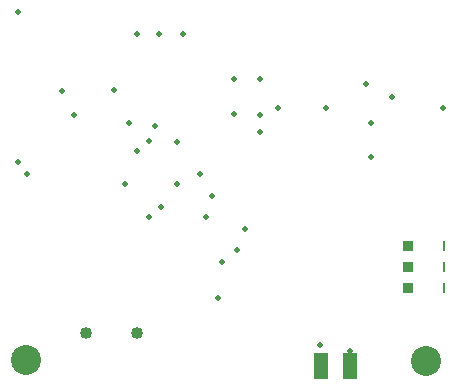
<source format=gbr>
%FSLAX23Y23*%
%MOIN*%
G04 EasyPC Gerber Version 13.0.2 Build 2807 *
%ADD17R,0.01000X0.03500*%
%ADD70R,0.03500X0.03500*%
%ADD18R,0.05000X0.09000*%
%ADD20C,0.02000*%
%ADD71C,0.04000*%
%ADD19C,0.10000*%
X0Y0D02*
D02*
D17*
X18697Y17817D03*
X18698Y17676D03*
X18698Y17747D03*
D02*
D18*
X18286Y17415D03*
X18385D03*
D02*
D19*
X17303Y17436D03*
X18638Y17431D03*
D02*
D70*
X18578Y17677D03*
Y17747D03*
Y17817D03*
D02*
D71*
X17504Y17525D03*
X17672D03*
D02*
D20*
X17278Y18096D03*
Y18596D03*
X17308Y18056D03*
X17423Y18331D03*
X17463Y18251D03*
X17598Y18336D03*
X17633Y18021D03*
X17648Y18226D03*
X17673Y18131D03*
Y18521D03*
X17713Y17911D03*
Y18166D03*
X17733Y18216D03*
X17748Y18521D03*
X17753Y17946D03*
X17808Y18021D03*
Y18161D03*
X17828Y18521D03*
X17883Y18056D03*
X17903Y17911D03*
X17923Y17981D03*
X17943Y17641D03*
X17958Y17761D03*
X17998Y18256D03*
Y18371D03*
X18008Y17801D03*
X18033Y17871D03*
X18083Y18196D03*
Y18251D03*
Y18371D03*
X18143Y18276D03*
X18283Y17486D03*
X18303Y18276D03*
X18384Y17465D03*
X18438Y18356D03*
X18453Y18111D03*
X18455Y18226D03*
X18523Y18311D03*
X18693Y18276D03*
X0Y0D02*
M02*

</source>
